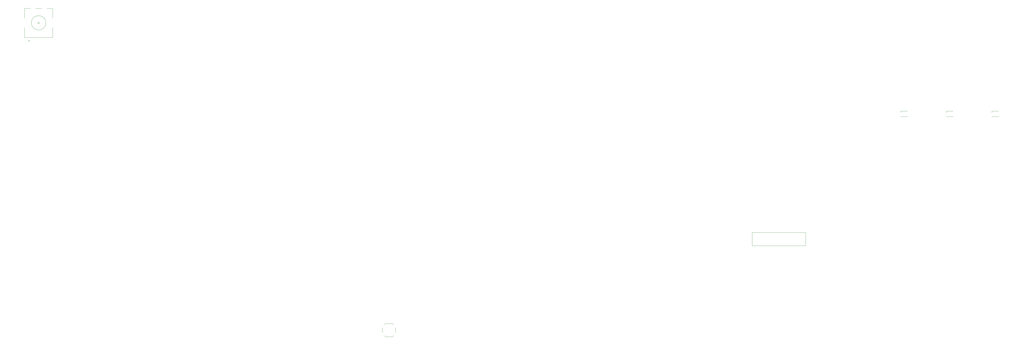
<source format=gbr>
%TF.GenerationSoftware,KiCad,Pcbnew,7.0.5*%
%TF.CreationDate,2023-06-20T21:05:11-04:00*%
%TF.ProjectId,100p-keebored,31303070-2d6b-4656-9562-6f7265642e6b,rev?*%
%TF.SameCoordinates,Original*%
%TF.FileFunction,Legend,Top*%
%TF.FilePolarity,Positive*%
%FSLAX46Y46*%
G04 Gerber Fmt 4.6, Leading zero omitted, Abs format (unit mm)*
G04 Created by KiCad (PCBNEW 7.0.5) date 2023-06-20 21:05:11*
%MOMM*%
%LPD*%
G01*
G04 APERTURE LIST*
%ADD10C,0.150000*%
%ADD11C,0.120000*%
%ADD12C,0.100000*%
G04 APERTURE END LIST*
D10*
%TO.C,*%
D11*
%TO.C,U3*%
X454255920Y-113454832D02*
X457095920Y-113454832D01*
X454255920Y-113454832D02*
X454255920Y-114104832D01*
X454255920Y-115754832D02*
X457095920Y-115754832D01*
%TO.C,U4*%
X435205936Y-115754832D02*
X438045936Y-115754832D01*
X435205936Y-113454832D02*
X435205936Y-114104832D01*
X435205936Y-113454832D02*
X438045936Y-113454832D01*
%TO.C,U2*%
X473305904Y-113454832D02*
X476145904Y-113454832D01*
X473305904Y-113454832D02*
X473305904Y-114104832D01*
X473305904Y-115754832D02*
X476145904Y-115754832D01*
%TO.C,SW130*%
X70576000Y-84304800D02*
X70576000Y-83704800D01*
X70876000Y-84004800D02*
X70576000Y-84304800D01*
X70576000Y-83704800D02*
X70876000Y-84004800D01*
X68776000Y-82604800D02*
X80576000Y-82604800D01*
X68776000Y-78504800D02*
X68776000Y-82604800D01*
X80576000Y-78504800D02*
X80576000Y-82604800D01*
X74676000Y-77004800D02*
X74676000Y-76004800D01*
X74176000Y-76504800D02*
X75176000Y-76504800D01*
X68776000Y-74504800D02*
X68776000Y-70404800D01*
X68776000Y-70404800D02*
X71176000Y-70404800D01*
X73376000Y-70404800D02*
X75976000Y-70404800D01*
X78176000Y-70404800D02*
X80576000Y-70404800D01*
X80576000Y-70404800D02*
X80576000Y-74504800D01*
X77676000Y-76504800D02*
G75*
G03*
X77676000Y-76504800I-3000000J0D01*
G01*
%TO.C,SW200*%
X218402704Y-206132156D02*
X218402704Y-204052156D01*
X219672704Y-202372156D02*
X219182704Y-202862156D01*
X219672704Y-202372156D02*
X222572704Y-202372156D01*
X219672704Y-207812156D02*
X219182704Y-207322156D01*
X219672704Y-207812156D02*
X222572704Y-207812156D01*
X222572704Y-202372156D02*
X223062704Y-202862156D01*
X222572704Y-207812156D02*
X223062704Y-207322156D01*
X223842704Y-206132156D02*
X223842704Y-204052156D01*
D12*
%TO.C,J4*%
X373062160Y-164223544D02*
X395414160Y-164223544D01*
X395414160Y-164223544D02*
X395414160Y-169760744D01*
X395414160Y-169760744D02*
X373062160Y-169760744D01*
X373062160Y-169760744D02*
X373062160Y-164223544D01*
%TD*%
M02*

</source>
